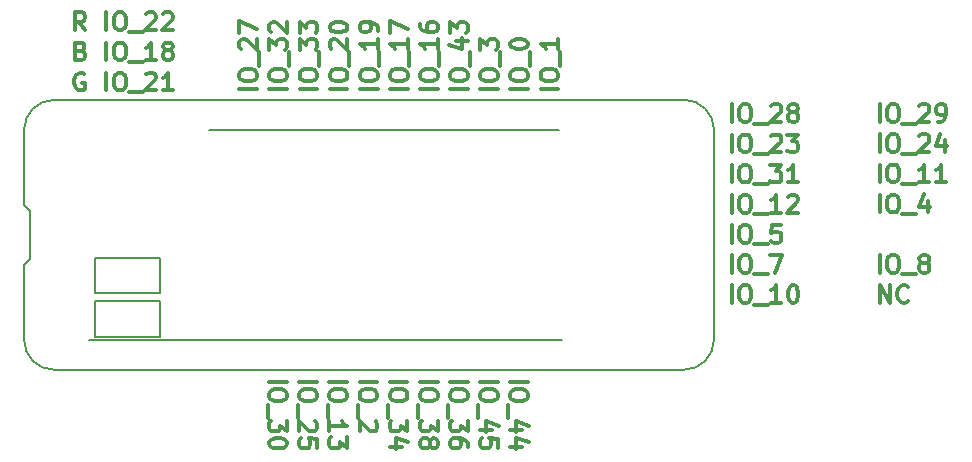
<source format=gbr>
G04 #@! TF.GenerationSoftware,KiCad,Pcbnew,5.1.5+dfsg1-2~bpo10+1*
G04 #@! TF.CreationDate,2020-05-12T19:04:25+02:00*
G04 #@! TF.ProjectId,quickfeather-board,71756963-6b66-4656-9174-6865722d626f,rev?*
G04 #@! TF.SameCoordinates,Original*
G04 #@! TF.FileFunction,Other,ECO2*
%FSLAX46Y46*%
G04 Gerber Fmt 4.6, Leading zero omitted, Abs format (unit mm)*
G04 Created by KiCad (PCBNEW 5.1.5+dfsg1-2~bpo10+1) date 2020-05-12 19:04:25*
%MOMM*%
%LPD*%
G04 APERTURE LIST*
%ADD10C,0.300000*%
%ADD11C,0.150000*%
%ADD12C,0.127000*%
G04 APERTURE END LIST*
D10*
X128289585Y-87680271D02*
X127789585Y-86965985D01*
X127432442Y-87680271D02*
X127432442Y-86180271D01*
X128003871Y-86180271D01*
X128146728Y-86251700D01*
X128218157Y-86323128D01*
X128289585Y-86465985D01*
X128289585Y-86680271D01*
X128218157Y-86823128D01*
X128146728Y-86894557D01*
X128003871Y-86965985D01*
X127432442Y-86965985D01*
X130075300Y-87680271D02*
X130075300Y-86180271D01*
X131075300Y-86180271D02*
X131361014Y-86180271D01*
X131503871Y-86251700D01*
X131646728Y-86394557D01*
X131718157Y-86680271D01*
X131718157Y-87180271D01*
X131646728Y-87465985D01*
X131503871Y-87608842D01*
X131361014Y-87680271D01*
X131075300Y-87680271D01*
X130932442Y-87608842D01*
X130789585Y-87465985D01*
X130718157Y-87180271D01*
X130718157Y-86680271D01*
X130789585Y-86394557D01*
X130932442Y-86251700D01*
X131075300Y-86180271D01*
X132003871Y-87823128D02*
X133146728Y-87823128D01*
X133432442Y-86323128D02*
X133503871Y-86251700D01*
X133646728Y-86180271D01*
X134003871Y-86180271D01*
X134146728Y-86251700D01*
X134218157Y-86323128D01*
X134289585Y-86465985D01*
X134289585Y-86608842D01*
X134218157Y-86823128D01*
X133361014Y-87680271D01*
X134289585Y-87680271D01*
X134861014Y-86323128D02*
X134932442Y-86251700D01*
X135075300Y-86180271D01*
X135432442Y-86180271D01*
X135575300Y-86251700D01*
X135646728Y-86323128D01*
X135718157Y-86465985D01*
X135718157Y-86608842D01*
X135646728Y-86823128D01*
X134789585Y-87680271D01*
X135718157Y-87680271D01*
X127932442Y-89444557D02*
X128146728Y-89515985D01*
X128218157Y-89587414D01*
X128289585Y-89730271D01*
X128289585Y-89944557D01*
X128218157Y-90087414D01*
X128146728Y-90158842D01*
X128003871Y-90230271D01*
X127432442Y-90230271D01*
X127432442Y-88730271D01*
X127932442Y-88730271D01*
X128075300Y-88801700D01*
X128146728Y-88873128D01*
X128218157Y-89015985D01*
X128218157Y-89158842D01*
X128146728Y-89301700D01*
X128075300Y-89373128D01*
X127932442Y-89444557D01*
X127432442Y-89444557D01*
X130075300Y-90230271D02*
X130075300Y-88730271D01*
X131075300Y-88730271D02*
X131361014Y-88730271D01*
X131503871Y-88801700D01*
X131646728Y-88944557D01*
X131718157Y-89230271D01*
X131718157Y-89730271D01*
X131646728Y-90015985D01*
X131503871Y-90158842D01*
X131361014Y-90230271D01*
X131075300Y-90230271D01*
X130932442Y-90158842D01*
X130789585Y-90015985D01*
X130718157Y-89730271D01*
X130718157Y-89230271D01*
X130789585Y-88944557D01*
X130932442Y-88801700D01*
X131075300Y-88730271D01*
X132003871Y-90373128D02*
X133146728Y-90373128D01*
X134289585Y-90230271D02*
X133432442Y-90230271D01*
X133861014Y-90230271D02*
X133861014Y-88730271D01*
X133718157Y-88944557D01*
X133575300Y-89087414D01*
X133432442Y-89158842D01*
X135146728Y-89373128D02*
X135003871Y-89301700D01*
X134932442Y-89230271D01*
X134861014Y-89087414D01*
X134861014Y-89015985D01*
X134932442Y-88873128D01*
X135003871Y-88801700D01*
X135146728Y-88730271D01*
X135432442Y-88730271D01*
X135575300Y-88801700D01*
X135646728Y-88873128D01*
X135718157Y-89015985D01*
X135718157Y-89087414D01*
X135646728Y-89230271D01*
X135575300Y-89301700D01*
X135432442Y-89373128D01*
X135146728Y-89373128D01*
X135003871Y-89444557D01*
X134932442Y-89515985D01*
X134861014Y-89658842D01*
X134861014Y-89944557D01*
X134932442Y-90087414D01*
X135003871Y-90158842D01*
X135146728Y-90230271D01*
X135432442Y-90230271D01*
X135575300Y-90158842D01*
X135646728Y-90087414D01*
X135718157Y-89944557D01*
X135718157Y-89658842D01*
X135646728Y-89515985D01*
X135575300Y-89444557D01*
X135432442Y-89373128D01*
X128218157Y-91351700D02*
X128075300Y-91280271D01*
X127861014Y-91280271D01*
X127646728Y-91351700D01*
X127503871Y-91494557D01*
X127432442Y-91637414D01*
X127361014Y-91923128D01*
X127361014Y-92137414D01*
X127432442Y-92423128D01*
X127503871Y-92565985D01*
X127646728Y-92708842D01*
X127861014Y-92780271D01*
X128003871Y-92780271D01*
X128218157Y-92708842D01*
X128289585Y-92637414D01*
X128289585Y-92137414D01*
X128003871Y-92137414D01*
X130075300Y-92780271D02*
X130075300Y-91280271D01*
X131075300Y-91280271D02*
X131361014Y-91280271D01*
X131503871Y-91351700D01*
X131646728Y-91494557D01*
X131718157Y-91780271D01*
X131718157Y-92280271D01*
X131646728Y-92565985D01*
X131503871Y-92708842D01*
X131361014Y-92780271D01*
X131075300Y-92780271D01*
X130932442Y-92708842D01*
X130789585Y-92565985D01*
X130718157Y-92280271D01*
X130718157Y-91780271D01*
X130789585Y-91494557D01*
X130932442Y-91351700D01*
X131075300Y-91280271D01*
X132003871Y-92923128D02*
X133146728Y-92923128D01*
X133432442Y-91423128D02*
X133503871Y-91351700D01*
X133646728Y-91280271D01*
X134003871Y-91280271D01*
X134146728Y-91351700D01*
X134218157Y-91423128D01*
X134289585Y-91565985D01*
X134289585Y-91708842D01*
X134218157Y-91923128D01*
X133361014Y-92780271D01*
X134289585Y-92780271D01*
X135718157Y-92780271D02*
X134861014Y-92780271D01*
X135289585Y-92780271D02*
X135289585Y-91280271D01*
X135146728Y-91494557D01*
X135003871Y-91637414D01*
X134861014Y-91708842D01*
X183012442Y-95470271D02*
X183012442Y-93970271D01*
X184012442Y-93970271D02*
X184298157Y-93970271D01*
X184441014Y-94041700D01*
X184583871Y-94184557D01*
X184655300Y-94470271D01*
X184655300Y-94970271D01*
X184583871Y-95255985D01*
X184441014Y-95398842D01*
X184298157Y-95470271D01*
X184012442Y-95470271D01*
X183869585Y-95398842D01*
X183726728Y-95255985D01*
X183655300Y-94970271D01*
X183655300Y-94470271D01*
X183726728Y-94184557D01*
X183869585Y-94041700D01*
X184012442Y-93970271D01*
X184941014Y-95613128D02*
X186083871Y-95613128D01*
X186369585Y-94113128D02*
X186441014Y-94041700D01*
X186583871Y-93970271D01*
X186941014Y-93970271D01*
X187083871Y-94041700D01*
X187155300Y-94113128D01*
X187226728Y-94255985D01*
X187226728Y-94398842D01*
X187155300Y-94613128D01*
X186298157Y-95470271D01*
X187226728Y-95470271D01*
X188083871Y-94613128D02*
X187941014Y-94541700D01*
X187869585Y-94470271D01*
X187798157Y-94327414D01*
X187798157Y-94255985D01*
X187869585Y-94113128D01*
X187941014Y-94041700D01*
X188083871Y-93970271D01*
X188369585Y-93970271D01*
X188512442Y-94041700D01*
X188583871Y-94113128D01*
X188655300Y-94255985D01*
X188655300Y-94327414D01*
X188583871Y-94470271D01*
X188512442Y-94541700D01*
X188369585Y-94613128D01*
X188083871Y-94613128D01*
X187941014Y-94684557D01*
X187869585Y-94755985D01*
X187798157Y-94898842D01*
X187798157Y-95184557D01*
X187869585Y-95327414D01*
X187941014Y-95398842D01*
X188083871Y-95470271D01*
X188369585Y-95470271D01*
X188512442Y-95398842D01*
X188583871Y-95327414D01*
X188655300Y-95184557D01*
X188655300Y-94898842D01*
X188583871Y-94755985D01*
X188512442Y-94684557D01*
X188369585Y-94613128D01*
X183012442Y-98020271D02*
X183012442Y-96520271D01*
X184012442Y-96520271D02*
X184298157Y-96520271D01*
X184441014Y-96591700D01*
X184583871Y-96734557D01*
X184655300Y-97020271D01*
X184655300Y-97520271D01*
X184583871Y-97805985D01*
X184441014Y-97948842D01*
X184298157Y-98020271D01*
X184012442Y-98020271D01*
X183869585Y-97948842D01*
X183726728Y-97805985D01*
X183655300Y-97520271D01*
X183655300Y-97020271D01*
X183726728Y-96734557D01*
X183869585Y-96591700D01*
X184012442Y-96520271D01*
X184941014Y-98163128D02*
X186083871Y-98163128D01*
X186369585Y-96663128D02*
X186441014Y-96591700D01*
X186583871Y-96520271D01*
X186941014Y-96520271D01*
X187083871Y-96591700D01*
X187155300Y-96663128D01*
X187226728Y-96805985D01*
X187226728Y-96948842D01*
X187155300Y-97163128D01*
X186298157Y-98020271D01*
X187226728Y-98020271D01*
X187726728Y-96520271D02*
X188655300Y-96520271D01*
X188155300Y-97091700D01*
X188369585Y-97091700D01*
X188512442Y-97163128D01*
X188583871Y-97234557D01*
X188655300Y-97377414D01*
X188655300Y-97734557D01*
X188583871Y-97877414D01*
X188512442Y-97948842D01*
X188369585Y-98020271D01*
X187941014Y-98020271D01*
X187798157Y-97948842D01*
X187726728Y-97877414D01*
X183012442Y-100570271D02*
X183012442Y-99070271D01*
X184012442Y-99070271D02*
X184298157Y-99070271D01*
X184441014Y-99141700D01*
X184583871Y-99284557D01*
X184655300Y-99570271D01*
X184655300Y-100070271D01*
X184583871Y-100355985D01*
X184441014Y-100498842D01*
X184298157Y-100570271D01*
X184012442Y-100570271D01*
X183869585Y-100498842D01*
X183726728Y-100355985D01*
X183655300Y-100070271D01*
X183655300Y-99570271D01*
X183726728Y-99284557D01*
X183869585Y-99141700D01*
X184012442Y-99070271D01*
X184941014Y-100713128D02*
X186083871Y-100713128D01*
X186298157Y-99070271D02*
X187226728Y-99070271D01*
X186726728Y-99641700D01*
X186941014Y-99641700D01*
X187083871Y-99713128D01*
X187155300Y-99784557D01*
X187226728Y-99927414D01*
X187226728Y-100284557D01*
X187155300Y-100427414D01*
X187083871Y-100498842D01*
X186941014Y-100570271D01*
X186512442Y-100570271D01*
X186369585Y-100498842D01*
X186298157Y-100427414D01*
X188655300Y-100570271D02*
X187798157Y-100570271D01*
X188226728Y-100570271D02*
X188226728Y-99070271D01*
X188083871Y-99284557D01*
X187941014Y-99427414D01*
X187798157Y-99498842D01*
X183012442Y-103120271D02*
X183012442Y-101620271D01*
X184012442Y-101620271D02*
X184298157Y-101620271D01*
X184441014Y-101691700D01*
X184583871Y-101834557D01*
X184655300Y-102120271D01*
X184655300Y-102620271D01*
X184583871Y-102905985D01*
X184441014Y-103048842D01*
X184298157Y-103120271D01*
X184012442Y-103120271D01*
X183869585Y-103048842D01*
X183726728Y-102905985D01*
X183655300Y-102620271D01*
X183655300Y-102120271D01*
X183726728Y-101834557D01*
X183869585Y-101691700D01*
X184012442Y-101620271D01*
X184941014Y-103263128D02*
X186083871Y-103263128D01*
X187226728Y-103120271D02*
X186369585Y-103120271D01*
X186798157Y-103120271D02*
X186798157Y-101620271D01*
X186655300Y-101834557D01*
X186512442Y-101977414D01*
X186369585Y-102048842D01*
X187798157Y-101763128D02*
X187869585Y-101691700D01*
X188012442Y-101620271D01*
X188369585Y-101620271D01*
X188512442Y-101691700D01*
X188583871Y-101763128D01*
X188655300Y-101905985D01*
X188655300Y-102048842D01*
X188583871Y-102263128D01*
X187726728Y-103120271D01*
X188655300Y-103120271D01*
X183012442Y-105670271D02*
X183012442Y-104170271D01*
X184012442Y-104170271D02*
X184298157Y-104170271D01*
X184441014Y-104241700D01*
X184583871Y-104384557D01*
X184655300Y-104670271D01*
X184655300Y-105170271D01*
X184583871Y-105455985D01*
X184441014Y-105598842D01*
X184298157Y-105670271D01*
X184012442Y-105670271D01*
X183869585Y-105598842D01*
X183726728Y-105455985D01*
X183655300Y-105170271D01*
X183655300Y-104670271D01*
X183726728Y-104384557D01*
X183869585Y-104241700D01*
X184012442Y-104170271D01*
X184941014Y-105813128D02*
X186083871Y-105813128D01*
X187155300Y-104170271D02*
X186441014Y-104170271D01*
X186369585Y-104884557D01*
X186441014Y-104813128D01*
X186583871Y-104741700D01*
X186941014Y-104741700D01*
X187083871Y-104813128D01*
X187155300Y-104884557D01*
X187226728Y-105027414D01*
X187226728Y-105384557D01*
X187155300Y-105527414D01*
X187083871Y-105598842D01*
X186941014Y-105670271D01*
X186583871Y-105670271D01*
X186441014Y-105598842D01*
X186369585Y-105527414D01*
X183012442Y-108220271D02*
X183012442Y-106720271D01*
X184012442Y-106720271D02*
X184298157Y-106720271D01*
X184441014Y-106791700D01*
X184583871Y-106934557D01*
X184655300Y-107220271D01*
X184655300Y-107720271D01*
X184583871Y-108005985D01*
X184441014Y-108148842D01*
X184298157Y-108220271D01*
X184012442Y-108220271D01*
X183869585Y-108148842D01*
X183726728Y-108005985D01*
X183655300Y-107720271D01*
X183655300Y-107220271D01*
X183726728Y-106934557D01*
X183869585Y-106791700D01*
X184012442Y-106720271D01*
X184941014Y-108363128D02*
X186083871Y-108363128D01*
X186298157Y-106720271D02*
X187298157Y-106720271D01*
X186655300Y-108220271D01*
X183012442Y-110770271D02*
X183012442Y-109270271D01*
X184012442Y-109270271D02*
X184298157Y-109270271D01*
X184441014Y-109341700D01*
X184583871Y-109484557D01*
X184655300Y-109770271D01*
X184655300Y-110270271D01*
X184583871Y-110555985D01*
X184441014Y-110698842D01*
X184298157Y-110770271D01*
X184012442Y-110770271D01*
X183869585Y-110698842D01*
X183726728Y-110555985D01*
X183655300Y-110270271D01*
X183655300Y-109770271D01*
X183726728Y-109484557D01*
X183869585Y-109341700D01*
X184012442Y-109270271D01*
X184941014Y-110913128D02*
X186083871Y-110913128D01*
X187226728Y-110770271D02*
X186369585Y-110770271D01*
X186798157Y-110770271D02*
X186798157Y-109270271D01*
X186655300Y-109484557D01*
X186512442Y-109627414D01*
X186369585Y-109698842D01*
X188155300Y-109270271D02*
X188298157Y-109270271D01*
X188441014Y-109341700D01*
X188512442Y-109413128D01*
X188583871Y-109555985D01*
X188655300Y-109841700D01*
X188655300Y-110198842D01*
X188583871Y-110484557D01*
X188512442Y-110627414D01*
X188441014Y-110698842D01*
X188298157Y-110770271D01*
X188155300Y-110770271D01*
X188012442Y-110698842D01*
X187941014Y-110627414D01*
X187869585Y-110484557D01*
X187798157Y-110198842D01*
X187798157Y-109841700D01*
X187869585Y-109555985D01*
X187941014Y-109413128D01*
X188012442Y-109341700D01*
X188155300Y-109270271D01*
X195542442Y-95460271D02*
X195542442Y-93960271D01*
X196542442Y-93960271D02*
X196828157Y-93960271D01*
X196971014Y-94031700D01*
X197113871Y-94174557D01*
X197185300Y-94460271D01*
X197185300Y-94960271D01*
X197113871Y-95245985D01*
X196971014Y-95388842D01*
X196828157Y-95460271D01*
X196542442Y-95460271D01*
X196399585Y-95388842D01*
X196256728Y-95245985D01*
X196185300Y-94960271D01*
X196185300Y-94460271D01*
X196256728Y-94174557D01*
X196399585Y-94031700D01*
X196542442Y-93960271D01*
X197471014Y-95603128D02*
X198613871Y-95603128D01*
X198899585Y-94103128D02*
X198971014Y-94031700D01*
X199113871Y-93960271D01*
X199471014Y-93960271D01*
X199613871Y-94031700D01*
X199685300Y-94103128D01*
X199756728Y-94245985D01*
X199756728Y-94388842D01*
X199685300Y-94603128D01*
X198828157Y-95460271D01*
X199756728Y-95460271D01*
X200471014Y-95460271D02*
X200756728Y-95460271D01*
X200899585Y-95388842D01*
X200971014Y-95317414D01*
X201113871Y-95103128D01*
X201185300Y-94817414D01*
X201185300Y-94245985D01*
X201113871Y-94103128D01*
X201042442Y-94031700D01*
X200899585Y-93960271D01*
X200613871Y-93960271D01*
X200471014Y-94031700D01*
X200399585Y-94103128D01*
X200328157Y-94245985D01*
X200328157Y-94603128D01*
X200399585Y-94745985D01*
X200471014Y-94817414D01*
X200613871Y-94888842D01*
X200899585Y-94888842D01*
X201042442Y-94817414D01*
X201113871Y-94745985D01*
X201185300Y-94603128D01*
X195542442Y-98010271D02*
X195542442Y-96510271D01*
X196542442Y-96510271D02*
X196828157Y-96510271D01*
X196971014Y-96581700D01*
X197113871Y-96724557D01*
X197185300Y-97010271D01*
X197185300Y-97510271D01*
X197113871Y-97795985D01*
X196971014Y-97938842D01*
X196828157Y-98010271D01*
X196542442Y-98010271D01*
X196399585Y-97938842D01*
X196256728Y-97795985D01*
X196185300Y-97510271D01*
X196185300Y-97010271D01*
X196256728Y-96724557D01*
X196399585Y-96581700D01*
X196542442Y-96510271D01*
X197471014Y-98153128D02*
X198613871Y-98153128D01*
X198899585Y-96653128D02*
X198971014Y-96581700D01*
X199113871Y-96510271D01*
X199471014Y-96510271D01*
X199613871Y-96581700D01*
X199685300Y-96653128D01*
X199756728Y-96795985D01*
X199756728Y-96938842D01*
X199685300Y-97153128D01*
X198828157Y-98010271D01*
X199756728Y-98010271D01*
X201042442Y-97010271D02*
X201042442Y-98010271D01*
X200685300Y-96438842D02*
X200328157Y-97510271D01*
X201256728Y-97510271D01*
X195542442Y-100560271D02*
X195542442Y-99060271D01*
X196542442Y-99060271D02*
X196828157Y-99060271D01*
X196971014Y-99131700D01*
X197113871Y-99274557D01*
X197185300Y-99560271D01*
X197185300Y-100060271D01*
X197113871Y-100345985D01*
X196971014Y-100488842D01*
X196828157Y-100560271D01*
X196542442Y-100560271D01*
X196399585Y-100488842D01*
X196256728Y-100345985D01*
X196185300Y-100060271D01*
X196185300Y-99560271D01*
X196256728Y-99274557D01*
X196399585Y-99131700D01*
X196542442Y-99060271D01*
X197471014Y-100703128D02*
X198613871Y-100703128D01*
X199756728Y-100560271D02*
X198899585Y-100560271D01*
X199328157Y-100560271D02*
X199328157Y-99060271D01*
X199185300Y-99274557D01*
X199042442Y-99417414D01*
X198899585Y-99488842D01*
X201185300Y-100560271D02*
X200328157Y-100560271D01*
X200756728Y-100560271D02*
X200756728Y-99060271D01*
X200613871Y-99274557D01*
X200471014Y-99417414D01*
X200328157Y-99488842D01*
X195542442Y-103110271D02*
X195542442Y-101610271D01*
X196542442Y-101610271D02*
X196828157Y-101610271D01*
X196971014Y-101681700D01*
X197113871Y-101824557D01*
X197185300Y-102110271D01*
X197185300Y-102610271D01*
X197113871Y-102895985D01*
X196971014Y-103038842D01*
X196828157Y-103110271D01*
X196542442Y-103110271D01*
X196399585Y-103038842D01*
X196256728Y-102895985D01*
X196185300Y-102610271D01*
X196185300Y-102110271D01*
X196256728Y-101824557D01*
X196399585Y-101681700D01*
X196542442Y-101610271D01*
X197471014Y-103253128D02*
X198613871Y-103253128D01*
X199613871Y-102110271D02*
X199613871Y-103110271D01*
X199256728Y-101538842D02*
X198899585Y-102610271D01*
X199828157Y-102610271D01*
X195542442Y-108210271D02*
X195542442Y-106710271D01*
X196542442Y-106710271D02*
X196828157Y-106710271D01*
X196971014Y-106781700D01*
X197113871Y-106924557D01*
X197185300Y-107210271D01*
X197185300Y-107710271D01*
X197113871Y-107995985D01*
X196971014Y-108138842D01*
X196828157Y-108210271D01*
X196542442Y-108210271D01*
X196399585Y-108138842D01*
X196256728Y-107995985D01*
X196185300Y-107710271D01*
X196185300Y-107210271D01*
X196256728Y-106924557D01*
X196399585Y-106781700D01*
X196542442Y-106710271D01*
X197471014Y-108353128D02*
X198613871Y-108353128D01*
X199185300Y-107353128D02*
X199042442Y-107281700D01*
X198971014Y-107210271D01*
X198899585Y-107067414D01*
X198899585Y-106995985D01*
X198971014Y-106853128D01*
X199042442Y-106781700D01*
X199185300Y-106710271D01*
X199471014Y-106710271D01*
X199613871Y-106781700D01*
X199685300Y-106853128D01*
X199756728Y-106995985D01*
X199756728Y-107067414D01*
X199685300Y-107210271D01*
X199613871Y-107281700D01*
X199471014Y-107353128D01*
X199185300Y-107353128D01*
X199042442Y-107424557D01*
X198971014Y-107495985D01*
X198899585Y-107638842D01*
X198899585Y-107924557D01*
X198971014Y-108067414D01*
X199042442Y-108138842D01*
X199185300Y-108210271D01*
X199471014Y-108210271D01*
X199613871Y-108138842D01*
X199685300Y-108067414D01*
X199756728Y-107924557D01*
X199756728Y-107638842D01*
X199685300Y-107495985D01*
X199613871Y-107424557D01*
X199471014Y-107353128D01*
X195542442Y-110760271D02*
X195542442Y-109260271D01*
X196399585Y-110760271D01*
X196399585Y-109260271D01*
X197971014Y-110617414D02*
X197899585Y-110688842D01*
X197685300Y-110760271D01*
X197542442Y-110760271D01*
X197328157Y-110688842D01*
X197185300Y-110545985D01*
X197113871Y-110403128D01*
X197042442Y-110117414D01*
X197042442Y-109903128D01*
X197113871Y-109617414D01*
X197185300Y-109474557D01*
X197328157Y-109331700D01*
X197542442Y-109260271D01*
X197685300Y-109260271D01*
X197899585Y-109331700D01*
X197971014Y-109403128D01*
X164261728Y-117443842D02*
X165761728Y-117443842D01*
X165761728Y-118443842D02*
X165761728Y-118729557D01*
X165690300Y-118872414D01*
X165547442Y-119015271D01*
X165261728Y-119086700D01*
X164761728Y-119086700D01*
X164476014Y-119015271D01*
X164333157Y-118872414D01*
X164261728Y-118729557D01*
X164261728Y-118443842D01*
X164333157Y-118300985D01*
X164476014Y-118158128D01*
X164761728Y-118086700D01*
X165261728Y-118086700D01*
X165547442Y-118158128D01*
X165690300Y-118300985D01*
X165761728Y-118443842D01*
X164118871Y-119372414D02*
X164118871Y-120515271D01*
X165261728Y-121515271D02*
X164261728Y-121515271D01*
X165833157Y-121158128D02*
X164761728Y-120800985D01*
X164761728Y-121729557D01*
X165261728Y-122943842D02*
X164261728Y-122943842D01*
X165833157Y-122586700D02*
X164761728Y-122229557D01*
X164761728Y-123158128D01*
X161711728Y-117443842D02*
X163211728Y-117443842D01*
X163211728Y-118443842D02*
X163211728Y-118729557D01*
X163140300Y-118872414D01*
X162997442Y-119015271D01*
X162711728Y-119086700D01*
X162211728Y-119086700D01*
X161926014Y-119015271D01*
X161783157Y-118872414D01*
X161711728Y-118729557D01*
X161711728Y-118443842D01*
X161783157Y-118300985D01*
X161926014Y-118158128D01*
X162211728Y-118086700D01*
X162711728Y-118086700D01*
X162997442Y-118158128D01*
X163140300Y-118300985D01*
X163211728Y-118443842D01*
X161568871Y-119372414D02*
X161568871Y-120515271D01*
X162711728Y-121515271D02*
X161711728Y-121515271D01*
X163283157Y-121158128D02*
X162211728Y-120800985D01*
X162211728Y-121729557D01*
X163211728Y-123015271D02*
X163211728Y-122300985D01*
X162497442Y-122229557D01*
X162568871Y-122300985D01*
X162640300Y-122443842D01*
X162640300Y-122800985D01*
X162568871Y-122943842D01*
X162497442Y-123015271D01*
X162354585Y-123086700D01*
X161997442Y-123086700D01*
X161854585Y-123015271D01*
X161783157Y-122943842D01*
X161711728Y-122800985D01*
X161711728Y-122443842D01*
X161783157Y-122300985D01*
X161854585Y-122229557D01*
X159161728Y-117443842D02*
X160661728Y-117443842D01*
X160661728Y-118443842D02*
X160661728Y-118729557D01*
X160590300Y-118872414D01*
X160447442Y-119015271D01*
X160161728Y-119086700D01*
X159661728Y-119086700D01*
X159376014Y-119015271D01*
X159233157Y-118872414D01*
X159161728Y-118729557D01*
X159161728Y-118443842D01*
X159233157Y-118300985D01*
X159376014Y-118158128D01*
X159661728Y-118086700D01*
X160161728Y-118086700D01*
X160447442Y-118158128D01*
X160590300Y-118300985D01*
X160661728Y-118443842D01*
X159018871Y-119372414D02*
X159018871Y-120515271D01*
X160661728Y-120729557D02*
X160661728Y-121658128D01*
X160090300Y-121158128D01*
X160090300Y-121372414D01*
X160018871Y-121515271D01*
X159947442Y-121586700D01*
X159804585Y-121658128D01*
X159447442Y-121658128D01*
X159304585Y-121586700D01*
X159233157Y-121515271D01*
X159161728Y-121372414D01*
X159161728Y-120943842D01*
X159233157Y-120800985D01*
X159304585Y-120729557D01*
X160661728Y-122943842D02*
X160661728Y-122658128D01*
X160590300Y-122515271D01*
X160518871Y-122443842D01*
X160304585Y-122300985D01*
X160018871Y-122229557D01*
X159447442Y-122229557D01*
X159304585Y-122300985D01*
X159233157Y-122372414D01*
X159161728Y-122515271D01*
X159161728Y-122800985D01*
X159233157Y-122943842D01*
X159304585Y-123015271D01*
X159447442Y-123086700D01*
X159804585Y-123086700D01*
X159947442Y-123015271D01*
X160018871Y-122943842D01*
X160090300Y-122800985D01*
X160090300Y-122515271D01*
X160018871Y-122372414D01*
X159947442Y-122300985D01*
X159804585Y-122229557D01*
X156611728Y-117443842D02*
X158111728Y-117443842D01*
X158111728Y-118443842D02*
X158111728Y-118729557D01*
X158040300Y-118872414D01*
X157897442Y-119015271D01*
X157611728Y-119086700D01*
X157111728Y-119086700D01*
X156826014Y-119015271D01*
X156683157Y-118872414D01*
X156611728Y-118729557D01*
X156611728Y-118443842D01*
X156683157Y-118300985D01*
X156826014Y-118158128D01*
X157111728Y-118086700D01*
X157611728Y-118086700D01*
X157897442Y-118158128D01*
X158040300Y-118300985D01*
X158111728Y-118443842D01*
X156468871Y-119372414D02*
X156468871Y-120515271D01*
X158111728Y-120729557D02*
X158111728Y-121658128D01*
X157540300Y-121158128D01*
X157540300Y-121372414D01*
X157468871Y-121515271D01*
X157397442Y-121586700D01*
X157254585Y-121658128D01*
X156897442Y-121658128D01*
X156754585Y-121586700D01*
X156683157Y-121515271D01*
X156611728Y-121372414D01*
X156611728Y-120943842D01*
X156683157Y-120800985D01*
X156754585Y-120729557D01*
X157468871Y-122515271D02*
X157540300Y-122372414D01*
X157611728Y-122300985D01*
X157754585Y-122229557D01*
X157826014Y-122229557D01*
X157968871Y-122300985D01*
X158040300Y-122372414D01*
X158111728Y-122515271D01*
X158111728Y-122800985D01*
X158040300Y-122943842D01*
X157968871Y-123015271D01*
X157826014Y-123086700D01*
X157754585Y-123086700D01*
X157611728Y-123015271D01*
X157540300Y-122943842D01*
X157468871Y-122800985D01*
X157468871Y-122515271D01*
X157397442Y-122372414D01*
X157326014Y-122300985D01*
X157183157Y-122229557D01*
X156897442Y-122229557D01*
X156754585Y-122300985D01*
X156683157Y-122372414D01*
X156611728Y-122515271D01*
X156611728Y-122800985D01*
X156683157Y-122943842D01*
X156754585Y-123015271D01*
X156897442Y-123086700D01*
X157183157Y-123086700D01*
X157326014Y-123015271D01*
X157397442Y-122943842D01*
X157468871Y-122800985D01*
X154061728Y-117443842D02*
X155561728Y-117443842D01*
X155561728Y-118443842D02*
X155561728Y-118729557D01*
X155490300Y-118872414D01*
X155347442Y-119015271D01*
X155061728Y-119086700D01*
X154561728Y-119086700D01*
X154276014Y-119015271D01*
X154133157Y-118872414D01*
X154061728Y-118729557D01*
X154061728Y-118443842D01*
X154133157Y-118300985D01*
X154276014Y-118158128D01*
X154561728Y-118086700D01*
X155061728Y-118086700D01*
X155347442Y-118158128D01*
X155490300Y-118300985D01*
X155561728Y-118443842D01*
X153918871Y-119372414D02*
X153918871Y-120515271D01*
X155561728Y-120729557D02*
X155561728Y-121658128D01*
X154990300Y-121158128D01*
X154990300Y-121372414D01*
X154918871Y-121515271D01*
X154847442Y-121586700D01*
X154704585Y-121658128D01*
X154347442Y-121658128D01*
X154204585Y-121586700D01*
X154133157Y-121515271D01*
X154061728Y-121372414D01*
X154061728Y-120943842D01*
X154133157Y-120800985D01*
X154204585Y-120729557D01*
X155061728Y-122943842D02*
X154061728Y-122943842D01*
X155633157Y-122586700D02*
X154561728Y-122229557D01*
X154561728Y-123158128D01*
X151511728Y-117443842D02*
X153011728Y-117443842D01*
X153011728Y-118443842D02*
X153011728Y-118729557D01*
X152940300Y-118872414D01*
X152797442Y-119015271D01*
X152511728Y-119086700D01*
X152011728Y-119086700D01*
X151726014Y-119015271D01*
X151583157Y-118872414D01*
X151511728Y-118729557D01*
X151511728Y-118443842D01*
X151583157Y-118300985D01*
X151726014Y-118158128D01*
X152011728Y-118086700D01*
X152511728Y-118086700D01*
X152797442Y-118158128D01*
X152940300Y-118300985D01*
X153011728Y-118443842D01*
X151368871Y-119372414D02*
X151368871Y-120515271D01*
X152868871Y-120800985D02*
X152940300Y-120872414D01*
X153011728Y-121015271D01*
X153011728Y-121372414D01*
X152940300Y-121515271D01*
X152868871Y-121586700D01*
X152726014Y-121658128D01*
X152583157Y-121658128D01*
X152368871Y-121586700D01*
X151511728Y-120729557D01*
X151511728Y-121658128D01*
X148961728Y-117443842D02*
X150461728Y-117443842D01*
X150461728Y-118443842D02*
X150461728Y-118729557D01*
X150390300Y-118872414D01*
X150247442Y-119015271D01*
X149961728Y-119086700D01*
X149461728Y-119086700D01*
X149176014Y-119015271D01*
X149033157Y-118872414D01*
X148961728Y-118729557D01*
X148961728Y-118443842D01*
X149033157Y-118300985D01*
X149176014Y-118158128D01*
X149461728Y-118086700D01*
X149961728Y-118086700D01*
X150247442Y-118158128D01*
X150390300Y-118300985D01*
X150461728Y-118443842D01*
X148818871Y-119372414D02*
X148818871Y-120515271D01*
X148961728Y-121658128D02*
X148961728Y-120800985D01*
X148961728Y-121229557D02*
X150461728Y-121229557D01*
X150247442Y-121086700D01*
X150104585Y-120943842D01*
X150033157Y-120800985D01*
X150461728Y-122158128D02*
X150461728Y-123086700D01*
X149890300Y-122586700D01*
X149890300Y-122800985D01*
X149818871Y-122943842D01*
X149747442Y-123015271D01*
X149604585Y-123086700D01*
X149247442Y-123086700D01*
X149104585Y-123015271D01*
X149033157Y-122943842D01*
X148961728Y-122800985D01*
X148961728Y-122372414D01*
X149033157Y-122229557D01*
X149104585Y-122158128D01*
X146411728Y-117443842D02*
X147911728Y-117443842D01*
X147911728Y-118443842D02*
X147911728Y-118729557D01*
X147840300Y-118872414D01*
X147697442Y-119015271D01*
X147411728Y-119086700D01*
X146911728Y-119086700D01*
X146626014Y-119015271D01*
X146483157Y-118872414D01*
X146411728Y-118729557D01*
X146411728Y-118443842D01*
X146483157Y-118300985D01*
X146626014Y-118158128D01*
X146911728Y-118086700D01*
X147411728Y-118086700D01*
X147697442Y-118158128D01*
X147840300Y-118300985D01*
X147911728Y-118443842D01*
X146268871Y-119372414D02*
X146268871Y-120515271D01*
X147768871Y-120800985D02*
X147840300Y-120872414D01*
X147911728Y-121015271D01*
X147911728Y-121372414D01*
X147840300Y-121515271D01*
X147768871Y-121586700D01*
X147626014Y-121658128D01*
X147483157Y-121658128D01*
X147268871Y-121586700D01*
X146411728Y-120729557D01*
X146411728Y-121658128D01*
X147911728Y-123015271D02*
X147911728Y-122300985D01*
X147197442Y-122229557D01*
X147268871Y-122300985D01*
X147340300Y-122443842D01*
X147340300Y-122800985D01*
X147268871Y-122943842D01*
X147197442Y-123015271D01*
X147054585Y-123086700D01*
X146697442Y-123086700D01*
X146554585Y-123015271D01*
X146483157Y-122943842D01*
X146411728Y-122800985D01*
X146411728Y-122443842D01*
X146483157Y-122300985D01*
X146554585Y-122229557D01*
X143861728Y-117443842D02*
X145361728Y-117443842D01*
X145361728Y-118443842D02*
X145361728Y-118729557D01*
X145290300Y-118872414D01*
X145147442Y-119015271D01*
X144861728Y-119086700D01*
X144361728Y-119086700D01*
X144076014Y-119015271D01*
X143933157Y-118872414D01*
X143861728Y-118729557D01*
X143861728Y-118443842D01*
X143933157Y-118300985D01*
X144076014Y-118158128D01*
X144361728Y-118086700D01*
X144861728Y-118086700D01*
X145147442Y-118158128D01*
X145290300Y-118300985D01*
X145361728Y-118443842D01*
X143718871Y-119372414D02*
X143718871Y-120515271D01*
X145361728Y-120729557D02*
X145361728Y-121658128D01*
X144790300Y-121158128D01*
X144790300Y-121372414D01*
X144718871Y-121515271D01*
X144647442Y-121586700D01*
X144504585Y-121658128D01*
X144147442Y-121658128D01*
X144004585Y-121586700D01*
X143933157Y-121515271D01*
X143861728Y-121372414D01*
X143861728Y-120943842D01*
X143933157Y-120800985D01*
X144004585Y-120729557D01*
X145361728Y-122586700D02*
X145361728Y-122729557D01*
X145290300Y-122872414D01*
X145218871Y-122943842D01*
X145076014Y-123015271D01*
X144790300Y-123086700D01*
X144433157Y-123086700D01*
X144147442Y-123015271D01*
X144004585Y-122943842D01*
X143933157Y-122872414D01*
X143861728Y-122729557D01*
X143861728Y-122586700D01*
X143933157Y-122443842D01*
X144004585Y-122372414D01*
X144147442Y-122300985D01*
X144433157Y-122229557D01*
X144790300Y-122229557D01*
X145076014Y-122300985D01*
X145218871Y-122372414D01*
X145290300Y-122443842D01*
X145361728Y-122586700D01*
X142828871Y-92639557D02*
X141328871Y-92639557D01*
X141328871Y-91639557D02*
X141328871Y-91353842D01*
X141400300Y-91210985D01*
X141543157Y-91068128D01*
X141828871Y-90996700D01*
X142328871Y-90996700D01*
X142614585Y-91068128D01*
X142757442Y-91210985D01*
X142828871Y-91353842D01*
X142828871Y-91639557D01*
X142757442Y-91782414D01*
X142614585Y-91925271D01*
X142328871Y-91996700D01*
X141828871Y-91996700D01*
X141543157Y-91925271D01*
X141400300Y-91782414D01*
X141328871Y-91639557D01*
X142971728Y-90710985D02*
X142971728Y-89568128D01*
X141471728Y-89282414D02*
X141400300Y-89210985D01*
X141328871Y-89068128D01*
X141328871Y-88710985D01*
X141400300Y-88568128D01*
X141471728Y-88496700D01*
X141614585Y-88425271D01*
X141757442Y-88425271D01*
X141971728Y-88496700D01*
X142828871Y-89353842D01*
X142828871Y-88425271D01*
X141328871Y-87925271D02*
X141328871Y-86925271D01*
X142828871Y-87568128D01*
X145378871Y-92639557D02*
X143878871Y-92639557D01*
X143878871Y-91639557D02*
X143878871Y-91353842D01*
X143950300Y-91210985D01*
X144093157Y-91068128D01*
X144378871Y-90996700D01*
X144878871Y-90996700D01*
X145164585Y-91068128D01*
X145307442Y-91210985D01*
X145378871Y-91353842D01*
X145378871Y-91639557D01*
X145307442Y-91782414D01*
X145164585Y-91925271D01*
X144878871Y-91996700D01*
X144378871Y-91996700D01*
X144093157Y-91925271D01*
X143950300Y-91782414D01*
X143878871Y-91639557D01*
X145521728Y-90710985D02*
X145521728Y-89568128D01*
X143878871Y-89353842D02*
X143878871Y-88425271D01*
X144450300Y-88925271D01*
X144450300Y-88710985D01*
X144521728Y-88568128D01*
X144593157Y-88496700D01*
X144736014Y-88425271D01*
X145093157Y-88425271D01*
X145236014Y-88496700D01*
X145307442Y-88568128D01*
X145378871Y-88710985D01*
X145378871Y-89139557D01*
X145307442Y-89282414D01*
X145236014Y-89353842D01*
X144021728Y-87853842D02*
X143950300Y-87782414D01*
X143878871Y-87639557D01*
X143878871Y-87282414D01*
X143950300Y-87139557D01*
X144021728Y-87068128D01*
X144164585Y-86996700D01*
X144307442Y-86996700D01*
X144521728Y-87068128D01*
X145378871Y-87925271D01*
X145378871Y-86996700D01*
X147928871Y-92639557D02*
X146428871Y-92639557D01*
X146428871Y-91639557D02*
X146428871Y-91353842D01*
X146500300Y-91210985D01*
X146643157Y-91068128D01*
X146928871Y-90996700D01*
X147428871Y-90996700D01*
X147714585Y-91068128D01*
X147857442Y-91210985D01*
X147928871Y-91353842D01*
X147928871Y-91639557D01*
X147857442Y-91782414D01*
X147714585Y-91925271D01*
X147428871Y-91996700D01*
X146928871Y-91996700D01*
X146643157Y-91925271D01*
X146500300Y-91782414D01*
X146428871Y-91639557D01*
X148071728Y-90710985D02*
X148071728Y-89568128D01*
X146428871Y-89353842D02*
X146428871Y-88425271D01*
X147000300Y-88925271D01*
X147000300Y-88710985D01*
X147071728Y-88568128D01*
X147143157Y-88496700D01*
X147286014Y-88425271D01*
X147643157Y-88425271D01*
X147786014Y-88496700D01*
X147857442Y-88568128D01*
X147928871Y-88710985D01*
X147928871Y-89139557D01*
X147857442Y-89282414D01*
X147786014Y-89353842D01*
X146428871Y-87925271D02*
X146428871Y-86996700D01*
X147000300Y-87496700D01*
X147000300Y-87282414D01*
X147071728Y-87139557D01*
X147143157Y-87068128D01*
X147286014Y-86996700D01*
X147643157Y-86996700D01*
X147786014Y-87068128D01*
X147857442Y-87139557D01*
X147928871Y-87282414D01*
X147928871Y-87710985D01*
X147857442Y-87853842D01*
X147786014Y-87925271D01*
X150478871Y-92639557D02*
X148978871Y-92639557D01*
X148978871Y-91639557D02*
X148978871Y-91353842D01*
X149050300Y-91210985D01*
X149193157Y-91068128D01*
X149478871Y-90996700D01*
X149978871Y-90996700D01*
X150264585Y-91068128D01*
X150407442Y-91210985D01*
X150478871Y-91353842D01*
X150478871Y-91639557D01*
X150407442Y-91782414D01*
X150264585Y-91925271D01*
X149978871Y-91996700D01*
X149478871Y-91996700D01*
X149193157Y-91925271D01*
X149050300Y-91782414D01*
X148978871Y-91639557D01*
X150621728Y-90710985D02*
X150621728Y-89568128D01*
X149121728Y-89282414D02*
X149050300Y-89210985D01*
X148978871Y-89068128D01*
X148978871Y-88710985D01*
X149050300Y-88568128D01*
X149121728Y-88496700D01*
X149264585Y-88425271D01*
X149407442Y-88425271D01*
X149621728Y-88496700D01*
X150478871Y-89353842D01*
X150478871Y-88425271D01*
X148978871Y-87496700D02*
X148978871Y-87353842D01*
X149050300Y-87210985D01*
X149121728Y-87139557D01*
X149264585Y-87068128D01*
X149550300Y-86996700D01*
X149907442Y-86996700D01*
X150193157Y-87068128D01*
X150336014Y-87139557D01*
X150407442Y-87210985D01*
X150478871Y-87353842D01*
X150478871Y-87496700D01*
X150407442Y-87639557D01*
X150336014Y-87710985D01*
X150193157Y-87782414D01*
X149907442Y-87853842D01*
X149550300Y-87853842D01*
X149264585Y-87782414D01*
X149121728Y-87710985D01*
X149050300Y-87639557D01*
X148978871Y-87496700D01*
X153028871Y-92639557D02*
X151528871Y-92639557D01*
X151528871Y-91639557D02*
X151528871Y-91353842D01*
X151600300Y-91210985D01*
X151743157Y-91068128D01*
X152028871Y-90996700D01*
X152528871Y-90996700D01*
X152814585Y-91068128D01*
X152957442Y-91210985D01*
X153028871Y-91353842D01*
X153028871Y-91639557D01*
X152957442Y-91782414D01*
X152814585Y-91925271D01*
X152528871Y-91996700D01*
X152028871Y-91996700D01*
X151743157Y-91925271D01*
X151600300Y-91782414D01*
X151528871Y-91639557D01*
X153171728Y-90710985D02*
X153171728Y-89568128D01*
X153028871Y-88425271D02*
X153028871Y-89282414D01*
X153028871Y-88853842D02*
X151528871Y-88853842D01*
X151743157Y-88996700D01*
X151886014Y-89139557D01*
X151957442Y-89282414D01*
X153028871Y-87710985D02*
X153028871Y-87425271D01*
X152957442Y-87282414D01*
X152886014Y-87210985D01*
X152671728Y-87068128D01*
X152386014Y-86996700D01*
X151814585Y-86996700D01*
X151671728Y-87068128D01*
X151600300Y-87139557D01*
X151528871Y-87282414D01*
X151528871Y-87568128D01*
X151600300Y-87710985D01*
X151671728Y-87782414D01*
X151814585Y-87853842D01*
X152171728Y-87853842D01*
X152314585Y-87782414D01*
X152386014Y-87710985D01*
X152457442Y-87568128D01*
X152457442Y-87282414D01*
X152386014Y-87139557D01*
X152314585Y-87068128D01*
X152171728Y-86996700D01*
X155578871Y-92639557D02*
X154078871Y-92639557D01*
X154078871Y-91639557D02*
X154078871Y-91353842D01*
X154150300Y-91210985D01*
X154293157Y-91068128D01*
X154578871Y-90996700D01*
X155078871Y-90996700D01*
X155364585Y-91068128D01*
X155507442Y-91210985D01*
X155578871Y-91353842D01*
X155578871Y-91639557D01*
X155507442Y-91782414D01*
X155364585Y-91925271D01*
X155078871Y-91996700D01*
X154578871Y-91996700D01*
X154293157Y-91925271D01*
X154150300Y-91782414D01*
X154078871Y-91639557D01*
X155721728Y-90710985D02*
X155721728Y-89568128D01*
X155578871Y-88425271D02*
X155578871Y-89282414D01*
X155578871Y-88853842D02*
X154078871Y-88853842D01*
X154293157Y-88996700D01*
X154436014Y-89139557D01*
X154507442Y-89282414D01*
X154078871Y-87925271D02*
X154078871Y-86925271D01*
X155578871Y-87568128D01*
X158128871Y-92639557D02*
X156628871Y-92639557D01*
X156628871Y-91639557D02*
X156628871Y-91353842D01*
X156700300Y-91210985D01*
X156843157Y-91068128D01*
X157128871Y-90996700D01*
X157628871Y-90996700D01*
X157914585Y-91068128D01*
X158057442Y-91210985D01*
X158128871Y-91353842D01*
X158128871Y-91639557D01*
X158057442Y-91782414D01*
X157914585Y-91925271D01*
X157628871Y-91996700D01*
X157128871Y-91996700D01*
X156843157Y-91925271D01*
X156700300Y-91782414D01*
X156628871Y-91639557D01*
X158271728Y-90710985D02*
X158271728Y-89568128D01*
X158128871Y-88425271D02*
X158128871Y-89282414D01*
X158128871Y-88853842D02*
X156628871Y-88853842D01*
X156843157Y-88996700D01*
X156986014Y-89139557D01*
X157057442Y-89282414D01*
X156628871Y-87139557D02*
X156628871Y-87425271D01*
X156700300Y-87568128D01*
X156771728Y-87639557D01*
X156986014Y-87782414D01*
X157271728Y-87853842D01*
X157843157Y-87853842D01*
X157986014Y-87782414D01*
X158057442Y-87710985D01*
X158128871Y-87568128D01*
X158128871Y-87282414D01*
X158057442Y-87139557D01*
X157986014Y-87068128D01*
X157843157Y-86996700D01*
X157486014Y-86996700D01*
X157343157Y-87068128D01*
X157271728Y-87139557D01*
X157200300Y-87282414D01*
X157200300Y-87568128D01*
X157271728Y-87710985D01*
X157343157Y-87782414D01*
X157486014Y-87853842D01*
X160678871Y-92639557D02*
X159178871Y-92639557D01*
X159178871Y-91639557D02*
X159178871Y-91353842D01*
X159250300Y-91210985D01*
X159393157Y-91068128D01*
X159678871Y-90996700D01*
X160178871Y-90996700D01*
X160464585Y-91068128D01*
X160607442Y-91210985D01*
X160678871Y-91353842D01*
X160678871Y-91639557D01*
X160607442Y-91782414D01*
X160464585Y-91925271D01*
X160178871Y-91996700D01*
X159678871Y-91996700D01*
X159393157Y-91925271D01*
X159250300Y-91782414D01*
X159178871Y-91639557D01*
X160821728Y-90710985D02*
X160821728Y-89568128D01*
X159678871Y-88568128D02*
X160678871Y-88568128D01*
X159107442Y-88925271D02*
X160178871Y-89282414D01*
X160178871Y-88353842D01*
X159178871Y-87925271D02*
X159178871Y-86996700D01*
X159750300Y-87496700D01*
X159750300Y-87282414D01*
X159821728Y-87139557D01*
X159893157Y-87068128D01*
X160036014Y-86996700D01*
X160393157Y-86996700D01*
X160536014Y-87068128D01*
X160607442Y-87139557D01*
X160678871Y-87282414D01*
X160678871Y-87710985D01*
X160607442Y-87853842D01*
X160536014Y-87925271D01*
X163228871Y-92639557D02*
X161728871Y-92639557D01*
X161728871Y-91639557D02*
X161728871Y-91353842D01*
X161800300Y-91210985D01*
X161943157Y-91068128D01*
X162228871Y-90996700D01*
X162728871Y-90996700D01*
X163014585Y-91068128D01*
X163157442Y-91210985D01*
X163228871Y-91353842D01*
X163228871Y-91639557D01*
X163157442Y-91782414D01*
X163014585Y-91925271D01*
X162728871Y-91996700D01*
X162228871Y-91996700D01*
X161943157Y-91925271D01*
X161800300Y-91782414D01*
X161728871Y-91639557D01*
X163371728Y-90710985D02*
X163371728Y-89568128D01*
X161728871Y-89353842D02*
X161728871Y-88425271D01*
X162300300Y-88925271D01*
X162300300Y-88710985D01*
X162371728Y-88568128D01*
X162443157Y-88496700D01*
X162586014Y-88425271D01*
X162943157Y-88425271D01*
X163086014Y-88496700D01*
X163157442Y-88568128D01*
X163228871Y-88710985D01*
X163228871Y-89139557D01*
X163157442Y-89282414D01*
X163086014Y-89353842D01*
X165778871Y-92639557D02*
X164278871Y-92639557D01*
X164278871Y-91639557D02*
X164278871Y-91353842D01*
X164350300Y-91210985D01*
X164493157Y-91068128D01*
X164778871Y-90996700D01*
X165278871Y-90996700D01*
X165564585Y-91068128D01*
X165707442Y-91210985D01*
X165778871Y-91353842D01*
X165778871Y-91639557D01*
X165707442Y-91782414D01*
X165564585Y-91925271D01*
X165278871Y-91996700D01*
X164778871Y-91996700D01*
X164493157Y-91925271D01*
X164350300Y-91782414D01*
X164278871Y-91639557D01*
X165921728Y-90710985D02*
X165921728Y-89568128D01*
X164278871Y-88925271D02*
X164278871Y-88782414D01*
X164350300Y-88639557D01*
X164421728Y-88568128D01*
X164564585Y-88496700D01*
X164850300Y-88425271D01*
X165207442Y-88425271D01*
X165493157Y-88496700D01*
X165636014Y-88568128D01*
X165707442Y-88639557D01*
X165778871Y-88782414D01*
X165778871Y-88925271D01*
X165707442Y-89068128D01*
X165636014Y-89139557D01*
X165493157Y-89210985D01*
X165207442Y-89282414D01*
X164850300Y-89282414D01*
X164564585Y-89210985D01*
X164421728Y-89139557D01*
X164350300Y-89068128D01*
X164278871Y-88925271D01*
X168328871Y-92639557D02*
X166828871Y-92639557D01*
X166828871Y-91639557D02*
X166828871Y-91353842D01*
X166900300Y-91210985D01*
X167043157Y-91068128D01*
X167328871Y-90996700D01*
X167828871Y-90996700D01*
X168114585Y-91068128D01*
X168257442Y-91210985D01*
X168328871Y-91353842D01*
X168328871Y-91639557D01*
X168257442Y-91782414D01*
X168114585Y-91925271D01*
X167828871Y-91996700D01*
X167328871Y-91996700D01*
X167043157Y-91925271D01*
X166900300Y-91782414D01*
X166828871Y-91639557D01*
X168471728Y-90710985D02*
X168471728Y-89568128D01*
X168328871Y-88425271D02*
X168328871Y-89282414D01*
X168328871Y-88853842D02*
X166828871Y-88853842D01*
X167043157Y-88996700D01*
X167186014Y-89139557D01*
X167257442Y-89282414D01*
D11*
X138770000Y-96113600D02*
X168400000Y-96113600D01*
X128590000Y-113894000D02*
X168630000Y-113894000D01*
X123101100Y-102463600D02*
X123609100Y-102971600D01*
X123609100Y-102971600D02*
X123609100Y-107035600D01*
X123609100Y-107035600D02*
X123101100Y-107543600D01*
X178981100Y-93573600D02*
G75*
G02X181521100Y-96113600I0J-2540000D01*
G01*
X181521100Y-113893600D02*
G75*
G02X178981100Y-116433600I-2540000J0D01*
G01*
X125641100Y-116433600D02*
X178981100Y-116433600D01*
X181521100Y-113893600D02*
X181521100Y-96113600D01*
X178981100Y-93573600D02*
X125641100Y-93573600D01*
X123101100Y-96113600D02*
G75*
G02X125641100Y-93573600I2540000J0D01*
G01*
X123101100Y-96113600D02*
X123101100Y-102463600D01*
X123101100Y-107543600D02*
X123101100Y-113893600D01*
X125641100Y-116433600D02*
G75*
G02X123101100Y-113893600I0J2540000D01*
G01*
D12*
X134580000Y-113650000D02*
X134580000Y-110650000D01*
X129080000Y-110650000D02*
X129080000Y-113650000D01*
X134580000Y-110650000D02*
X129080000Y-110650000D01*
X129080000Y-113650000D02*
X134580000Y-113650000D01*
X134580000Y-109950000D02*
X134580000Y-106950000D01*
X129080000Y-106950000D02*
X129080000Y-109950000D01*
X134580000Y-106950000D02*
X129080000Y-106950000D01*
X129080000Y-109950000D02*
X134580000Y-109950000D01*
M02*

</source>
